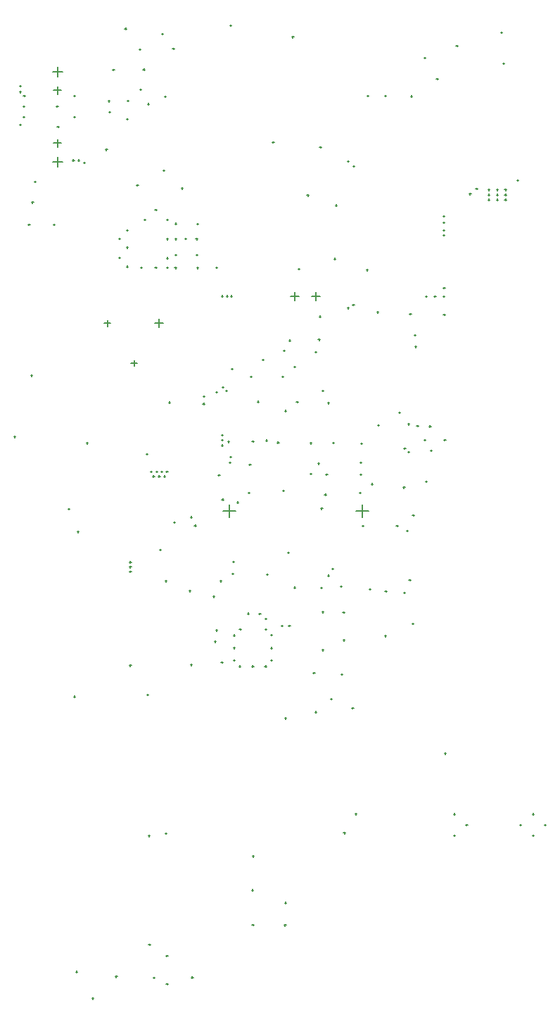
<source format=gbr>
%TF.GenerationSoftware,Altium Limited,Altium Designer,19.1.6 (110)*%
G04 Layer_Color=128*
%FSLAX26Y26*%
%MOIN*%
%TF.FileFunction,Drillmap*%
%TF.Part,Single*%
G01*
G75*
%TA.AperFunction,NonConductor*%
%ADD62C,0.005000*%
D62*
X229370Y4460585D02*
X276221D01*
X252795Y4437160D02*
Y4484011D01*
X229370Y4889326D02*
X276221D01*
X252795Y4865900D02*
Y4912751D01*
X233701Y4549956D02*
X271890D01*
X252795Y4530861D02*
Y4569050D01*
X233701Y4799956D02*
X271890D01*
X252795Y4780861D02*
Y4819050D01*
X601811Y3508026D02*
X631732D01*
X616772Y3493066D02*
Y3522987D01*
X473858Y3697003D02*
X503779D01*
X488819Y3682042D02*
Y3711963D01*
X715000Y3697003D02*
X754764D01*
X734882Y3677121D02*
Y3716885D01*
X1038033Y2807239D02*
X1097088D01*
X1067560Y2777711D02*
Y2836767D01*
X1667954Y2807239D02*
X1727009D01*
X1697481Y2777711D02*
Y2836767D01*
X1358110Y3824956D02*
X1397480D01*
X1377795Y3805271D02*
Y3844640D01*
X1458110Y3824956D02*
X1497480D01*
X1477795Y3805271D02*
Y3844640D01*
X46063Y3160000D02*
X53937D01*
X50000Y3156063D02*
Y3163937D01*
X2086063Y1660000D02*
X2093937D01*
X2090000Y1656063D02*
Y1663937D01*
X1003402Y2243412D02*
X1011276D01*
X1007339Y2239475D02*
Y2247349D01*
X1891063Y2920000D02*
X1898937D01*
X1895000Y2916063D02*
Y2923937D01*
X481063Y4520000D02*
X488937D01*
X485000Y4516063D02*
Y4523937D01*
X1271063Y4555000D02*
X1278937D01*
X1275000Y4551063D02*
Y4558937D01*
X1652810Y4441747D02*
X1660684D01*
X1656747Y4437810D02*
Y4445684D01*
X1626063Y4465000D02*
X1633937D01*
X1630000Y4461063D02*
Y4468937D01*
X1651063Y3785000D02*
X1658937D01*
X1655000Y3781063D02*
Y3788937D01*
X1626063Y3770000D02*
X1633937D01*
X1630000Y3766063D02*
Y3773937D01*
X126063Y3450000D02*
X133937D01*
X130000Y3446063D02*
Y3453937D01*
X876063Y2430000D02*
X883937D01*
X880000Y2426063D02*
Y2433937D01*
X735890Y2624653D02*
X743764D01*
X739827Y2620716D02*
Y2628590D01*
X346063Y2710000D02*
X353937D01*
X350000Y2706063D02*
Y2713937D01*
X1506063Y2150000D02*
X1513937D01*
X1510000Y2146063D02*
Y2153937D01*
X1506063Y2330000D02*
X1513937D01*
X1510000Y2326063D02*
Y2333937D01*
X328858Y4674956D02*
X336732D01*
X332795Y4671019D02*
Y4678892D01*
X328858Y4774956D02*
X336732D01*
X332795Y4771019D02*
Y4778892D01*
X388888Y3129825D02*
X396762D01*
X392825Y3125888D02*
Y3133762D01*
X1918307Y2481299D02*
X1926181D01*
X1922244Y2477362D02*
Y2485236D01*
X1738725Y2936083D02*
X1746599D01*
X1742662Y2932146D02*
Y2940020D01*
X1997063Y2948000D02*
X2004937D01*
X2001000Y2944063D02*
Y2951937D01*
X1954933Y3211811D02*
X1962807D01*
X1958870Y3207874D02*
Y3215748D01*
X1506063Y3378000D02*
X1513937D01*
X1510000Y3374063D02*
Y3381937D01*
X1031560Y2862503D02*
X1039434D01*
X1035497Y2858566D02*
Y2866440D01*
X1932063Y2274000D02*
X1939937D01*
X1936000Y2270063D02*
Y2277937D01*
X882874Y2779528D02*
X890748D01*
X886811Y2775591D02*
Y2783465D01*
X2429764Y4374168D02*
X2437638D01*
X2433701Y4370231D02*
Y4378105D01*
X1912518Y3220000D02*
X1920392D01*
X1916455Y3216063D02*
Y3223937D01*
X1935063Y2787000D02*
X1942937D01*
X1939000Y2783063D02*
Y2790937D01*
X1906079Y2715425D02*
X1913953D01*
X1910016Y2711488D02*
Y2719362D01*
X1347835Y2264370D02*
X1355709D01*
X1351772Y2260433D02*
Y2268307D01*
X1312402Y2264370D02*
X1320276D01*
X1316339Y2260433D02*
Y2268307D01*
X1014409Y2978369D02*
X1022284D01*
X1018346Y2974432D02*
Y2982306D01*
X1066929Y3037402D02*
X1074803D01*
X1070866Y3033465D02*
Y3041339D01*
X1029528Y3168307D02*
X1037402D01*
X1033465Y3164370D02*
Y3172244D01*
X1029528Y3145669D02*
X1037402D01*
X1033465Y3141732D02*
Y3149606D01*
X942913Y3351378D02*
X950787D01*
X946850Y3347441D02*
Y3355315D01*
X941929Y3315945D02*
X949803D01*
X945866Y3312008D02*
Y3319882D01*
X1003937Y3372047D02*
X1011811D01*
X1007874Y3368110D02*
Y3375984D01*
X1033465Y3393701D02*
X1041339D01*
X1037402Y3389764D02*
Y3397638D01*
X1050197Y3376968D02*
X1058071D01*
X1054134Y3373032D02*
Y3380905D01*
X1858268Y2738189D02*
X1866142D01*
X1862205Y2734252D02*
Y2742126D01*
X1804134Y2216535D02*
X1812008D01*
X1808071Y2212598D02*
Y2220472D01*
X1730315Y2437008D02*
X1738189D01*
X1734252Y2433071D02*
Y2440945D01*
X1554134Y2535433D02*
X1562008D01*
X1558071Y2531496D02*
Y2539370D01*
X1592520Y2450787D02*
X1600394D01*
X1596457Y2446850D02*
Y2454724D01*
X1604962Y2328109D02*
X1612836D01*
X1608899Y2324172D02*
Y2332046D01*
X1606063Y2196850D02*
X1613937D01*
X1610000Y2192913D02*
Y2200787D01*
X1262795Y2159449D02*
X1270669D01*
X1266732Y2155512D02*
Y2163386D01*
X1085630Y2159941D02*
X1093504D01*
X1089567Y2156004D02*
Y2163878D01*
X1237205Y2298228D02*
X1245079D01*
X1241142Y2294291D02*
Y2302165D01*
X1237205Y2247047D02*
X1245079D01*
X1241142Y2243110D02*
Y2250984D01*
X1114961Y2248819D02*
X1122835D01*
X1118898Y2244882D02*
Y2252756D01*
X1085630Y2219488D02*
X1093504D01*
X1089567Y2215551D02*
Y2223425D01*
X1262795Y2221457D02*
X1270669D01*
X1266732Y2217520D02*
Y2225394D01*
X1174213Y2072835D02*
X1182087D01*
X1178150Y2068898D02*
Y2076772D01*
X1207677Y2321850D02*
X1215551D01*
X1211614Y2317913D02*
Y2325787D01*
X1152559Y2322835D02*
X1160433D01*
X1156496Y2318898D02*
Y2326772D01*
X1262795Y2100394D02*
X1270669D01*
X1266732Y2096457D02*
Y2104331D01*
X1235236Y2072835D02*
X1243110D01*
X1239173Y2068898D02*
Y2076772D01*
X1085630Y2100394D02*
X1093504D01*
X1089567Y2096457D02*
Y2104331D01*
X1113189Y2072835D02*
X1121063D01*
X1117126Y2068898D02*
Y2076772D01*
X997047Y2189961D02*
X1004921D01*
X1000984Y2186024D02*
Y2193898D01*
X990158Y2403543D02*
X998032D01*
X994095Y2399606D02*
Y2407480D01*
X762795Y2476378D02*
X770669D01*
X766732Y2472441D02*
Y2480315D01*
X594488Y2522146D02*
X602362D01*
X598425Y2518209D02*
Y2526083D01*
X594488Y2543307D02*
X602362D01*
X598425Y2539370D02*
Y2547244D01*
X594488Y2566260D02*
X602362D01*
X598425Y2562323D02*
Y2570197D01*
X804134Y2754921D02*
X812008D01*
X808071Y2750984D02*
Y2758858D01*
X901575Y2739173D02*
X909449D01*
X905512Y2735236D02*
Y2743110D01*
X1073465Y3825940D02*
X1081339D01*
X1077402Y3822003D02*
Y3829877D01*
X1053780Y3825940D02*
X1061654D01*
X1057717Y3822003D02*
Y3829877D01*
X1029173Y3825940D02*
X1037047D01*
X1033110Y3822003D02*
Y3829877D01*
X375630Y4457829D02*
X383504D01*
X379567Y4453892D02*
Y4461766D01*
X350039Y4469641D02*
X357913D01*
X353976Y4465703D02*
Y4473578D01*
X1662047Y1373184D02*
X1669921D01*
X1665984Y1369247D02*
Y1377121D01*
X2187622Y1322373D02*
X2195496D01*
X2191559Y1318436D02*
Y1326310D01*
X2559914Y1320648D02*
X2567787D01*
X2563851Y1316711D02*
Y1324585D01*
X2128850Y1372853D02*
X2136724D01*
X2132787Y1368916D02*
Y1376790D01*
X2442370Y1320648D02*
X2450244D01*
X2446307Y1316711D02*
Y1324585D01*
X2502866Y1372853D02*
X2510740D01*
X2506803Y1368916D02*
Y1376790D01*
X2502866Y1271892D02*
X2510740D01*
X2506803Y1267956D02*
Y1275830D01*
X2128850Y1271892D02*
X2136724D01*
X2132787Y1267956D02*
Y1275830D01*
X1988819Y4954877D02*
X1996693D01*
X1992756Y4950940D02*
Y4958814D01*
X72480Y4636963D02*
X80354D01*
X76417Y4633026D02*
Y4640900D01*
X89803Y4674956D02*
X97677D01*
X93740Y4671019D02*
Y4678892D01*
X89803Y4724956D02*
X97677D01*
X93740Y4721019D02*
Y4728892D01*
X73465Y4822003D02*
X81339D01*
X77402Y4818066D02*
Y4825940D01*
X73465Y4793459D02*
X81339D01*
X77402Y4789522D02*
Y4797396D01*
X91969Y4774956D02*
X99843D01*
X95906Y4771019D02*
Y4778892D01*
X493740Y4750152D02*
X501614D01*
X497677Y4746215D02*
Y4754089D01*
X495709Y4698971D02*
X503583D01*
X499646Y4695034D02*
Y4702908D01*
X248071Y4724956D02*
X255945D01*
X252008Y4721019D02*
Y4728892D01*
X324449Y4469641D02*
X332323D01*
X328386Y4465703D02*
Y4473578D01*
X752598Y4422396D02*
X760472D01*
X756535Y4418459D02*
Y4426333D01*
X543937Y4097593D02*
X551811D01*
X547874Y4093656D02*
Y4101530D01*
X543937Y4007042D02*
X551811D01*
X547874Y4003105D02*
Y4010979D01*
X580354Y4137948D02*
X588228D01*
X584291Y4134011D02*
Y4141885D01*
X580354Y3966310D02*
X588228D01*
X584291Y3962373D02*
Y3970247D01*
X580354Y4056861D02*
X588228D01*
X584291Y4052924D02*
Y4060798D01*
X647284Y3961767D02*
X655158D01*
X651221Y3957829D02*
Y3965704D01*
X769331Y4006058D02*
X777205D01*
X773268Y4002121D02*
Y4009995D01*
X715197Y3961767D02*
X723071D01*
X719134Y3957829D02*
Y3965704D01*
X769331Y3961767D02*
X777205D01*
X773268Y3957829D02*
Y3965704D01*
X662047Y4187160D02*
X669921D01*
X665984Y4183223D02*
Y4191097D01*
X715197Y4235389D02*
X723071D01*
X719134Y4231452D02*
Y4239326D01*
X769331Y4187160D02*
X777205D01*
X773268Y4183223D02*
Y4191097D01*
X769331Y4096609D02*
X777205D01*
X773268Y4092672D02*
Y4100546D01*
X810669Y4096609D02*
X818543D01*
X814606Y4092672D02*
Y4100546D01*
X855945Y4097593D02*
X863819D01*
X859882Y4093656D02*
Y4101530D01*
X908110Y4096609D02*
X915984D01*
X912047Y4092672D02*
Y4100546D01*
X808701Y3959798D02*
X816575D01*
X812638Y3955861D02*
Y3963735D01*
X1002598Y3961767D02*
X1010472D01*
X1006535Y3957829D02*
Y3965704D01*
X913032Y3959798D02*
X920905D01*
X916968Y3955861D02*
Y3963735D01*
X809685Y4020822D02*
X817559D01*
X813622Y4016885D02*
Y4024759D01*
X910079Y4020822D02*
X917953D01*
X914016Y4016885D02*
Y4024759D01*
X809685Y4169444D02*
X817559D01*
X813622Y4165507D02*
Y4173381D01*
X912047Y4168459D02*
X919921D01*
X915984Y4164522D02*
Y4172396D01*
X1570086Y4256049D02*
X1577960D01*
X1574023Y4252112D02*
Y4259986D01*
X2080354Y4203892D02*
X2088228D01*
X2084291Y4199956D02*
Y4207829D01*
X2080354Y3824956D02*
X2088228D01*
X2084291Y3821019D02*
Y3828892D01*
X2038032Y3824956D02*
X2045906D01*
X2041968Y3821019D02*
Y3828892D01*
X2080354Y4175349D02*
X2088228D01*
X2084291Y4171412D02*
Y4179286D01*
X2234882Y4333814D02*
X2242756D01*
X2238819Y4329877D02*
Y4337751D01*
X2204370Y4310192D02*
X2212244D01*
X2208307Y4306255D02*
Y4314129D01*
X2332599Y4306137D02*
X2340472D01*
X2336535Y4302200D02*
Y4310074D01*
X2292953Y4329877D02*
X2300827D01*
X2296890Y4325940D02*
Y4333814D01*
X2332323Y4329877D02*
X2340197D01*
X2336260Y4325940D02*
Y4333814D01*
X2371693Y4329877D02*
X2379567D01*
X2375630Y4325940D02*
Y4333814D01*
X2371693Y4282633D02*
X2379567D01*
X2375630Y4278696D02*
Y4286570D01*
X2332323Y4282633D02*
X2340197D01*
X2336260Y4278696D02*
Y4286570D01*
X2292953Y4282633D02*
X2300827D01*
X2296890Y4278696D02*
Y4286570D01*
X2292953Y4306255D02*
X2300827D01*
X2296890Y4302318D02*
Y4310192D01*
X2371693Y4306255D02*
X2379567D01*
X2375630Y4302318D02*
Y4310192D01*
X251614Y4627121D02*
X259488D01*
X255551Y4623184D02*
Y4631058D01*
X1996693Y3824956D02*
X2004567D01*
X2000630Y3821019D02*
Y3828892D01*
X2081339Y3864326D02*
X2089213D01*
X2085276Y3860389D02*
Y3868263D01*
X2080354Y4138932D02*
X2088228D01*
X2084291Y4134995D02*
Y4142869D01*
X2080354Y4114326D02*
X2088228D01*
X2084291Y4110389D02*
Y4118263D01*
X583307Y4751137D02*
X591181D01*
X587244Y4747200D02*
Y4755074D01*
X580354Y4665507D02*
X588228D01*
X584291Y4661570D02*
Y4669444D01*
X1532480Y3319882D02*
X1540354D01*
X1536417Y3315945D02*
Y3323819D01*
X1384842Y3324803D02*
X1392716D01*
X1388780Y3320866D02*
Y3328740D01*
X1330709Y3282480D02*
X1338583D01*
X1334646Y3278543D02*
Y3286417D01*
X1029528Y3119095D02*
X1037402D01*
X1033465Y3115157D02*
Y3123032D01*
X304134Y2817913D02*
X312008D01*
X308071Y2813976D02*
Y2821850D01*
X1500000Y2443898D02*
X1507874D01*
X1503937Y2439961D02*
Y2447835D01*
X1893701Y2422244D02*
X1901575D01*
X1897638Y2418307D02*
Y2426181D01*
X1990158Y3144685D02*
X1998032D01*
X1994094Y3140748D02*
Y3148622D01*
X1894685Y3105315D02*
X1902559D01*
X1898622Y3101378D02*
Y3109252D01*
X1912402Y3087598D02*
X1920276D01*
X1916339Y3083661D02*
Y3091535D01*
X1059055Y3136811D02*
X1066929D01*
X1062992Y3132874D02*
Y3140748D01*
X1175197Y3138780D02*
X1183071D01*
X1179134Y3134843D02*
Y3142716D01*
X1239173D02*
X1247047D01*
X1243110Y3138780D02*
Y3146653D01*
X1294291Y3132874D02*
X1302165D01*
X1298228Y3128937D02*
Y3136811D01*
X1449803Y3129921D02*
X1457677D01*
X1453740Y3125984D02*
Y3133858D01*
X1557087Y3131890D02*
X1564961D01*
X1561024Y3127953D02*
Y3135827D01*
X1688976Y3127953D02*
X1696850D01*
X1692913Y3124016D02*
Y3131890D01*
X1686024Y3037402D02*
X1693898D01*
X1689961Y3033465D02*
Y3041339D01*
X1486220Y3033465D02*
X1494094D01*
X1490158Y3029528D02*
Y3037402D01*
X1161417Y3028543D02*
X1169291D01*
X1165354Y3024606D02*
Y3032480D01*
X1155512Y2895669D02*
X1163386D01*
X1159449Y2891732D02*
Y2899606D01*
X1103347Y2849409D02*
X1111220D01*
X1107284Y2845472D02*
Y2853346D01*
X1318898Y2904528D02*
X1326772D01*
X1322835Y2900591D02*
Y2908465D01*
X1450787Y2984252D02*
X1458661D01*
X1454724Y2980315D02*
Y2988189D01*
X1524606Y2981299D02*
X1532480D01*
X1528543Y2977362D02*
Y2985236D01*
X1686024Y2980315D02*
X1693898D01*
X1689961Y2976378D02*
Y2984252D01*
X1684055Y2893701D02*
X1691929D01*
X1687992Y2889764D02*
Y2897638D01*
X1696850Y2738189D02*
X1704724D01*
X1700787Y2734252D02*
Y2742126D01*
X1518701Y2885827D02*
X1526575D01*
X1522638Y2881890D02*
Y2889764D01*
X1500984Y2819882D02*
X1508858D01*
X1504921Y2815945D02*
Y2823819D01*
X1343504Y2612205D02*
X1351378D01*
X1347441Y2608268D02*
Y2616142D01*
X1082677Y2568898D02*
X1090551D01*
X1086614Y2564961D02*
Y2572835D01*
X1023622Y2476378D02*
X1031496D01*
X1027559Y2472441D02*
Y2480315D01*
X1079724Y2510827D02*
X1087598D01*
X1083661Y2506890D02*
Y2514764D01*
X1243110Y2507874D02*
X1250984D01*
X1247047Y2503937D02*
Y2511811D01*
X1372047Y2445866D02*
X1379921D01*
X1375984Y2441929D02*
Y2449803D01*
X1533465Y2502953D02*
X1541339D01*
X1537402Y2499016D02*
Y2506890D01*
X1805118Y2427165D02*
X1812992D01*
X1809055Y2423228D02*
Y2431102D01*
X673228Y3077756D02*
X681102D01*
X677165Y3073819D02*
Y3081693D01*
X2019685Y3095472D02*
X2027559D01*
X2023622Y3091535D02*
Y3099409D01*
X2084646Y3143701D02*
X2092520D01*
X2088583Y3139764D02*
Y3147638D01*
X2014764Y3209646D02*
X2022638D01*
X2018701Y3205709D02*
Y3213583D01*
X1769685Y3214567D02*
X1777559D01*
X1773622Y3210630D02*
Y3218504D01*
X1870079Y3273622D02*
X1877953D01*
X1874016Y3269685D02*
Y3277559D01*
X1942913Y3640748D02*
X1950787D01*
X1946850Y3636811D02*
Y3644685D01*
X1492126Y3729331D02*
X1500000D01*
X1496063Y3725394D02*
Y3733268D01*
X1488189Y3620079D02*
X1496063D01*
X1492126Y3616142D02*
Y3624016D01*
X232284Y4165354D02*
X240157D01*
X236220Y4161417D02*
Y4169291D01*
X143701Y4368110D02*
X151575D01*
X147638Y4364173D02*
Y4372047D01*
X627953Y4351378D02*
X635827D01*
X631890Y4347441D02*
Y4355315D01*
X839567Y4336614D02*
X847441D01*
X843504Y4332677D02*
Y4340551D01*
X639764Y4995079D02*
X647638D01*
X643701Y4991142D02*
Y4999016D01*
X679134Y4736221D02*
X687008D01*
X683071Y4732283D02*
Y4740158D01*
X514764Y4898622D02*
X522638D01*
X518701Y4894685D02*
Y4902559D01*
X1495079Y4531496D02*
X1502953D01*
X1499016Y4527559D02*
Y4535433D01*
X1435039Y4303150D02*
X1442913D01*
X1438976Y4299213D02*
Y4307087D01*
X2362205Y4928150D02*
X2370079D01*
X2366142Y4924213D02*
Y4932087D01*
X2352362Y5073819D02*
X2360236D01*
X2356299Y5069882D02*
Y5077756D01*
X1028543Y2091535D02*
X1036417D01*
X1032480Y2087598D02*
Y2095472D01*
X1464567Y2041339D02*
X1472441D01*
X1468504Y2037402D02*
Y2045276D01*
X1595472Y2034449D02*
X1603346D01*
X1599409Y2030512D02*
Y2038386D01*
X1647638Y1875000D02*
X1655512D01*
X1651575Y1871063D02*
Y1878937D01*
X1472441Y1856299D02*
X1480315D01*
X1476378Y1852362D02*
Y1860236D01*
X1329724Y1826772D02*
X1337598D01*
X1333661Y1822835D02*
Y1830709D01*
X1608268Y1283465D02*
X1616142D01*
X1612205Y1279528D02*
Y1287402D01*
X1328740Y952756D02*
X1336614D01*
X1332677Y948819D02*
Y956693D01*
X1176181Y1173228D02*
X1184055D01*
X1180118Y1169291D02*
Y1177165D01*
X683071Y1269685D02*
X690945D01*
X687008Y1265748D02*
Y1273622D01*
X763779Y1281496D02*
X771654D01*
X767716Y1277559D02*
Y1285433D01*
X685039Y754921D02*
X692913D01*
X688976Y750984D02*
Y758858D01*
X887795Y599409D02*
X895669D01*
X891732Y595472D02*
Y603346D01*
X705709Y597441D02*
X713583D01*
X709646Y593504D02*
Y601378D01*
X527559Y603346D02*
X535433D01*
X531496Y599409D02*
Y607284D01*
X340551Y625984D02*
X348425D01*
X344488Y622047D02*
Y629921D01*
X417323Y500000D02*
X425197D01*
X421260Y496063D02*
Y503937D01*
X767716Y701772D02*
X775591D01*
X771654Y697835D02*
Y705709D01*
X768701Y568898D02*
X776575D01*
X772638Y564961D02*
Y572835D01*
X1175197Y847441D02*
X1183071D01*
X1179134Y843504D02*
Y851378D01*
X1327756Y846457D02*
X1335630D01*
X1331693Y842520D02*
Y850394D01*
X1172244Y1012795D02*
X1180118D01*
X1176181Y1008858D02*
Y1016732D01*
X328740Y1929134D02*
X336614D01*
X332677Y1925197D02*
Y1933071D01*
X676181Y1937008D02*
X684055D01*
X680118Y1933071D02*
Y1940945D01*
X1547244Y1918307D02*
X1555118D01*
X1551181Y1914370D02*
Y1922244D01*
X1069882Y3064961D02*
X1077756D01*
X1073819Y3061024D02*
Y3068898D01*
X779528Y3322835D02*
X787402D01*
X783465Y3318898D02*
Y3326772D01*
X1075787Y3480315D02*
X1083661D01*
X1079724Y3476378D02*
Y3484252D01*
X1200787Y3325787D02*
X1208661D01*
X1204724Y3321850D02*
Y3329724D01*
X1167323Y3443898D02*
X1175197D01*
X1171260Y3439961D02*
Y3447835D01*
X1222441Y3523622D02*
X1230315D01*
X1226378Y3519685D02*
Y3527559D01*
X1315945Y3444882D02*
X1323819D01*
X1319882Y3440945D02*
Y3448819D01*
X1374016Y3492126D02*
X1381890D01*
X1377953Y3488189D02*
Y3496063D01*
X1323819Y3567913D02*
X1331693D01*
X1327756Y3563976D02*
Y3571850D01*
X1349409Y3616142D02*
X1357284D01*
X1353347Y3612205D02*
Y3620079D01*
X1472441Y3561024D02*
X1480315D01*
X1476378Y3557087D02*
Y3564961D01*
X1766732Y3750000D02*
X1774606D01*
X1770669Y3746063D02*
Y3753937D01*
X1946850Y3586614D02*
X1954724D01*
X1950787Y3582677D02*
Y3590551D01*
X2081693Y3738189D02*
X2089567D01*
X2085630Y3734252D02*
Y3742126D01*
X1921260Y3741142D02*
X1929134D01*
X1925197Y3737205D02*
Y3745079D01*
X1716535Y3949803D02*
X1724409D01*
X1720472Y3945866D02*
Y3953740D01*
X1393701Y3953740D02*
X1401575D01*
X1397638Y3949803D02*
Y3957677D01*
X1564063Y4003000D02*
X1571937D01*
X1568000Y3999063D02*
Y4006937D01*
X114173Y4165354D02*
X122047D01*
X118110Y4161417D02*
Y4169291D01*
X130905Y4269685D02*
X138780D01*
X134843Y4265748D02*
Y4273622D01*
X758858Y4771654D02*
X766732D01*
X762795Y4767717D02*
Y4775591D01*
X642716Y4805118D02*
X650591D01*
X646654Y4801181D02*
Y4809055D01*
X658465Y4899606D02*
X666339D01*
X662402Y4895669D02*
Y4903543D01*
X798228Y4999016D02*
X806102D01*
X802165Y4995079D02*
Y5002953D01*
X746063Y5068898D02*
X753937D01*
X750000Y5064961D02*
Y5072835D01*
X571850Y5092520D02*
X579724D01*
X575787Y5088583D02*
Y5096457D01*
X1068898Y5108268D02*
X1076772D01*
X1072835Y5104331D02*
Y5112205D01*
X1364173Y5053150D02*
X1372047D01*
X1368110Y5049213D02*
Y5057087D01*
X1720472Y4774606D02*
X1728346D01*
X1724409Y4770669D02*
Y4778543D01*
X1803150Y4773622D02*
X1811024D01*
X1807087Y4769685D02*
Y4777559D01*
X1926181Y4772638D02*
X1934055D01*
X1930118Y4768701D02*
Y4776575D01*
X2048228Y4855315D02*
X2056102D01*
X2052165Y4851378D02*
Y4859252D01*
X2141732Y5010827D02*
X2149606D01*
X2145669Y5006890D02*
Y5014764D01*
X692913Y2994095D02*
X700787D01*
X696850Y2990157D02*
Y2998032D01*
X719488Y2994095D02*
X727362D01*
X723425Y2990157D02*
Y2998032D01*
X744095Y2994095D02*
X751968D01*
X748032Y2990157D02*
Y2998032D01*
X767716Y2994095D02*
X775591D01*
X771654Y2990157D02*
Y2998032D01*
X704724Y2972441D02*
X712598D01*
X708661Y2968504D02*
Y2976378D01*
X731299Y2972441D02*
X739173D01*
X735236Y2968504D02*
Y2976378D01*
X755905Y2972441D02*
X763779D01*
X759842Y2968504D02*
Y2976378D01*
X594488Y2076772D02*
X602362D01*
X598425Y2072835D02*
Y2080709D01*
X882874Y2079724D02*
X890748D01*
X886811Y2075787D02*
Y2083661D01*
%TF.MD5,2b5d92200c80497980ad050acc78e5a1*%
M02*

</source>
